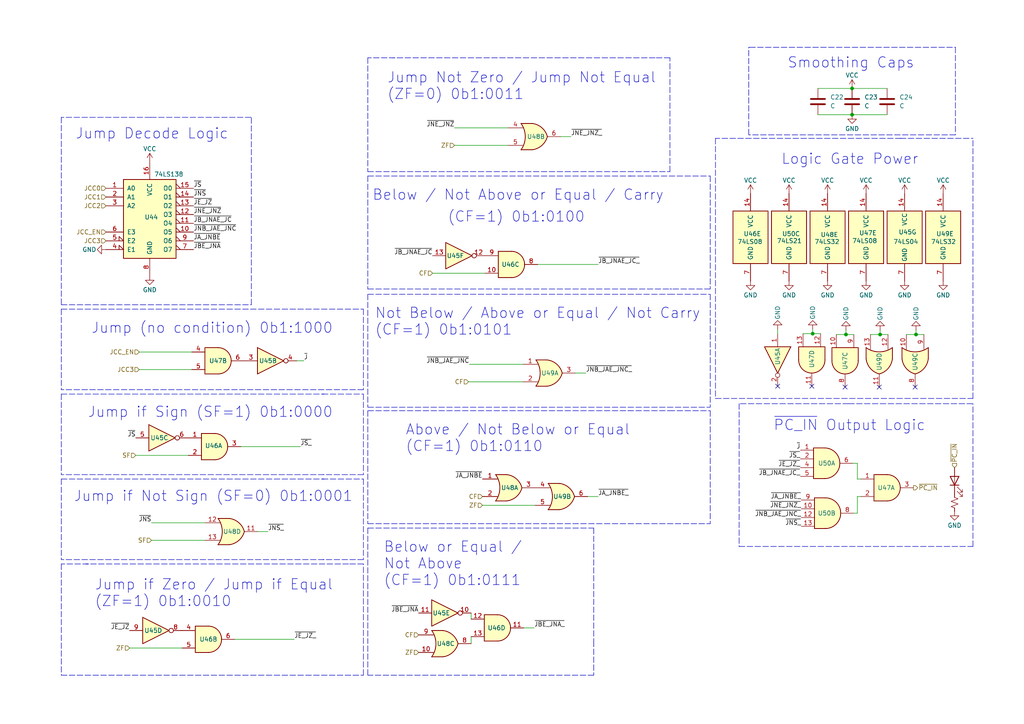
<source format=kicad_sch>
(kicad_sch (version 20211123) (generator eeschema)
  (paper "A4")
  (lib_symbols
    (symbol "74xx:74LS04"
      (property "Reference" "U" (at 0 1.27 0))
      (property "Value" "74LS04" (at 0 -1.27 0))
      (symbol "74LS04_1_0"
        (polyline (pts (xy -3.81 3.81) (xy -3.81 -3.81) (xy 3.81 0) (xy -3.81 3.81)) (stroke (width 0.254)) (fill (type background)))
        (pin input line (at -7.62 0 0) (length 3.81) (name "~") (number "1"))
        (pin output inverted (at 7.62 0 180) (length 3.81) (name "~") (number "2"))
      )
      (symbol "74LS04_2_0"
        (polyline (pts (xy -3.81 3.81) (xy -3.81 -3.81) (xy 3.81 0) (xy -3.81 3.81)) (stroke (width 0.254)) (fill (type background)))
        (pin input line (at -7.62 0 0) (length 3.81) (name "~") (number "3"))
        (pin output inverted (at 7.62 0 180) (length 3.81) (name "~") (number "4"))
      )
      (symbol "74LS04_3_0"
        (polyline (pts (xy -3.81 3.81) (xy -3.81 -3.81) (xy 3.81 0) (xy -3.81 3.81)) (stroke (width 0.254)) (fill (type background)))
        (pin input line (at -7.62 0 0) (length 3.81) (name "~") (number "5"))
        (pin output inverted (at 7.62 0 180) (length 3.81) (name "~") (number "6"))
      )
      (symbol "74LS04_4_0"
        (polyline (pts (xy -3.81 3.81) (xy -3.81 -3.81) (xy 3.81 0) (xy -3.81 3.81)) (stroke (width 0.254)) (fill (type background)))
        (pin output inverted (at 7.62 0 180) (length 3.81) (name "~") (number "8"))
        (pin input line (at -7.62 0 0) (length 3.81) (name "~") (number "9"))
      )
      (symbol "74LS04_5_0"
        (polyline (pts (xy -3.81 3.81) (xy -3.81 -3.81) (xy 3.81 0) (xy -3.81 3.81)) (stroke (width 0.254)) (fill (type background)))
        (pin output inverted (at 7.62 0 180) (length 3.81) (name "~") (number "10"))
        (pin input line (at -7.62 0 0) (length 3.81) (name "~") (number "11"))
      )
      (symbol "74LS04_6_0"
        (polyline (pts (xy -3.81 3.81) (xy -3.81 -3.81) (xy 3.81 0) (xy -3.81 3.81)) (stroke (width 0.254)) (fill (type background)))
        (pin output inverted (at 7.62 0 180) (length 3.81) (name "~") (number "12"))
        (pin input line (at -7.62 0 0) (length 3.81) (name "~") (number "13"))
      )
      (symbol "74LS04_7_0"
        (pin power_in line (at 0 12.7 270) (length 5.08) (name "VCC") (number "14"))
        (pin power_in line (at 0 -12.7 90) (length 5.08) (name "GND") (number "7"))
      )
      (symbol "74LS04_7_1"
        (rectangle (start -5.08 7.62) (end 5.08 -7.62) (stroke (width 0.254)) (fill (type background)))
      )
    )
    (symbol "74xx:74LS08" (pin_names (offset 1.016))
      (property "Reference" "U" (at 0 1.27 0))
      (property "Value" "74LS08" (at 0 -1.27 0))
      (symbol "74LS08_1_1"
        (arc (start 0 -3.81) (mid 3.81 0) (end 0 3.81) (stroke (width 0.254)) (fill (type background)))
        (polyline (pts (xy 0 3.81) (xy -3.81 3.81) (xy -3.81 -3.81) (xy 0 -3.81)) (stroke (width 0.254)) (fill (type background)))
        (pin input line (at -7.62 2.54 0) (length 3.81) (name "~") (number "1"))
        (pin input line (at -7.62 -2.54 0) (length 3.81) (name "~") (number "2"))
        (pin output line (at 7.62 0 180) (length 3.81) (name "~") (number "3"))
      )
      (symbol "74LS08_1_2"
        (arc (start -3.81 -3.81) (mid -2.589 0) (end -3.81 3.81) (stroke (width 0.254)))
        (arc (start -0.6096 -3.81) (mid 2.1855 -2.584) (end 3.81 0) (stroke (width 0.254)) (fill (type background)))
        (polyline (pts (xy -3.81 -3.81) (xy -0.635 -3.81)) (stroke (width 0.254)) (fill (type background)))
        (polyline (pts (xy -3.81 3.81) (xy -0.635 3.81)) (stroke (width 0.254)) (fill (type background)))
        (polyline (pts (xy -0.635 3.81) (xy -3.81 3.81) (xy -3.81 3.81) (xy -3.556 3.4036) (xy -3.0226 2.2606) (xy -2.6924 1.0414) (xy -2.6162 -0.254) (xy -2.7686 -1.4986) (xy -3.175 -2.7178) (xy -3.81 -3.81) (xy -3.81 -3.81) (xy -0.635 -3.81)) (stroke (width -25.4)) (fill (type background)))
        (arc (start 3.81 0) (mid 2.1928 2.5925) (end -0.6096 3.81) (stroke (width 0.254)) (fill (type background)))
        (pin input inverted (at -7.62 2.54 0) (length 4.318) (name "~") (number "1"))
        (pin input inverted (at -7.62 -2.54 0) (length 4.318) (name "~") (number "2"))
        (pin output inverted (at 7.62 0 180) (length 3.81) (name "~") (number "3"))
      )
      (symbol "74LS08_2_1"
        (arc (start 0 -3.81) (mid 3.81 0) (end 0 3.81) (stroke (width 0.254)) (fill (type background)))
        (polyline (pts (xy 0 3.81) (xy -3.81 3.81) (xy -3.81 -3.81) (xy 0 -3.81)) (stroke (width 0.254)) (fill (type background)))
        (pin input line (at -7.62 2.54 0) (length 3.81) (name "~") (number "4"))
        (pin input line (at -7.62 -2.54 0) (length 3.81) (name "~") (number "5"))
        (pin output line (at 7.62 0 180) (length 3.81) (name "~") (number "6"))
      )
      (symbol "74LS08_2_2"
        (arc (start -3.81 -3.81) (mid -2.589 0) (end -3.81 3.81) (stroke (width 0.254)))
        (arc (start -0.6096 -3.81) (mid 2.1855 -2.584) (end 3.81 0) (stroke (width 0.254)) (fill (type background)))
        (polyline (pts (xy -3.81 -3.81) (xy -0.635 -3.81)) (stroke (width 0.254)) (fill (type background)))
        (polyline (pts (xy -3.81 3.81) (xy -0.635 3.81)) (stroke (width 0.254)) (fill (type background)))
        (polyline (pts (xy -0.635 3.81) (xy -3.81 3.81) (xy -3.81 3.81) (xy -3.556 3.4036) (xy -3.0226 2.2606) (xy -2.6924 1.0414) (xy -2.6162 -0.254) (xy -2.7686 -1.4986) (xy -3.175 -2.7178) (xy -3.81 -3.81) (xy -3.81 -3.81) (xy -0.635 -3.81)) (stroke (width -25.4)) (fill (type background)))
        (arc (start 3.81 0) (mid 2.1928 2.5925) (end -0.6096 3.81) (stroke (width 0.254)) (fill (type background)))
        (pin input inverted (at -7.62 2.54 0) (length 4.318) (name "~") (number "4"))
        (pin input inverted (at -7.62 -2.54 0) (length 4.318) (name "~") (number "5"))
        (pin output inverted (at 7.62 0 180) (length 3.81) (name "~") (number "6"))
      )
      (symbol "74LS08_3_1"
        (arc (start 0 -3.81) (mid 3.81 0) (end 0 3.81) (stroke (width 0.254)) (fill (type background)))
        (polyline (pts (xy 0 3.81) (xy -3.81 3.81) (xy -3.81 -3.81) (xy 0 -3.81)) (stroke (width 0.254)) (fill (type background)))
        (pin input line (at -7.62 -2.54 0) (length 3.81) (name "~") (number "10"))
        (pin output line (at 7.62 0 180) (length 3.81) (name "~") (number "8"))
        (pin input line (at -7.62 2.54 0) (length 3.81) (name "~") (number "9"))
      )
      (symbol "74LS08_3_2"
        (arc (start -3.81 -3.81) (mid -2.589 0) (end -3.81 3.81) (stroke (width 0.254)))
        (arc (start -0.6096 -3.81) (mid 2.1855 -2.584) (end 3.81 0) (stroke (width 0.254)) (fill (type background)))
        (polyline (pts (xy -3.81 -3.81) (xy -0.635 -3.81)) (stroke (width 0.254)) (fill (type background)))
        (polyline (pts (xy -3.81 3.81) (xy -0.635 3.81)) (stroke (width 0.254)) (fill (type background)))
        (polyline (pts (xy -0.635 3.81) (xy -3.81 3.81) (xy -3.81 3.81) (xy -3.556 3.4036) (xy -3.0226 2.2606) (xy -2.6924 1.0414) (xy -2.6162 -0.254) (xy -2.7686 -1.4986) (xy -3.175 -2.7178) (xy -3.81 -3.81) (xy -3.81 -3.81) (xy -0.635 -3.81)) (stroke (width -25.4)) (fill (type background)))
        (arc (start 3.81 0) (mid 2.1928 2.5925) (end -0.6096 3.81) (stroke (width 0.254)) (fill (type background)))
        (pin input inverted (at -7.62 -2.54 0) (length 4.318) (name "~") (number "10"))
        (pin output inverted (at 7.62 0 180) (length 3.81) (name "~") (number "8"))
        (pin input inverted (at -7.62 2.54 0) (length 4.318) (name "~") (number "9"))
      )
      (symbol "74LS08_4_1"
        (arc (start 0 -3.81) (mid 3.81 0) (end 0 3.81) (stroke (width 0.254)) (fill (type background)))
        (polyline (pts (xy 0 3.81) (xy -3.81 3.81) (xy -3.81 -3.81) (xy 0 -3.81)) (stroke (width 0.254)) (fill (type background)))
        (pin output line (at 7.62 0 180) (length 3.81) (name "~") (number "11"))
        (pin input line (at -7.62 2.54 0) (length 3.81) (name "~") (number "12"))
        (pin input line (at -7.62 -2.54 0) (length 3.81) (name "~") (number "13"))
      )
      (symbol "74LS08_4_2"
        (arc (start -3.81 -3.81) (mid -2.589 0) (end -3.81 3.81) (stroke (width 0.254)))
        (arc (start -0.6096 -3.81) (mid 2.1855 -2.584) (end 3.81 0) (stroke (width 0.254)) (fill (type background)))
        (polyline (pts (xy -3.81 -3.81) (xy -0.635 -3.81)) (stroke (width 0.254)) (fill (type background)))
        (polyline (pts (xy -3.81 3.81) (xy -0.635 3.81)) (stroke (width 0.254)) (fill (type background)))
        (polyline (pts (xy -0.635 3.81) (xy -3.81 3.81) (xy -3.81 3.81) (xy -3.556 3.4036) (xy -3.0226 2.2606) (xy -2.6924 1.0414) (xy -2.6162 -0.254) (xy -2.7686 -1.4986) (xy -3.175 -2.7178) (xy -3.81 -3.81) (xy -3.81 -3.81) (xy -0.635 -3.81)) (stroke (width -25.4)) (fill (type background)))
        (arc (start 3.81 0) (mid 2.1928 2.5925) (end -0.6096 3.81) (stroke (width 0.254)) (fill (type background)))
        (pin output inverted (at 7.62 0 180) (length 3.81) (name "~") (number "11"))
        (pin input inverted (at -7.62 2.54 0) (length 4.318) (name "~") (number "12"))
        (pin input inverted (at -7.62 -2.54 0) (length 4.318) (name "~") (number "13"))
      )
      (symbol "74LS08_5_0"
        (pin power_in line (at 0 12.7 270) (length 5.08) (name "VCC") (number "14"))
        (pin power_in line (at 0 -12.7 90) (length 5.08) (name "GND") (number "7"))
      )
      (symbol "74LS08_5_1"
        (rectangle (start -5.08 7.62) (end 5.08 -7.62) (stroke (width 0.254)) (fill (type background)))
      )
    )
    (symbol "74xx:74LS138" (pin_names (offset 1.016))
      (property "Reference" "U" (at -7.62 11.43 0))
      (property "Value" "74LS138" (at -7.62 -13.97 0))
      (symbol "74LS138_1_0"
        (pin input line (at -12.7 7.62 0) (length 5.08) (name "A0") (number "1"))
        (pin output output_low (at 12.7 -5.08 180) (length 5.08) (name "O5") (number "10"))
        (pin output output_low (at 12.7 -2.54 180) (length 5.08) (name "O4") (number "11"))
        (pin output output_low (at 12.7 0 180) (length 5.08) (name "O3") (number "12"))
        (pin output output_low (at 12.7 2.54 180) (length 5.08) (name "O2") (number "13"))
        (pin output output_low (at 12.7 5.08 180) (length 5.08) (name "O1") (number "14"))
        (pin output output_low (at 12.7 7.62 180) (length 5.08) (name "O0") (number "15"))
        (pin power_in line (at 0 15.24 270) (length 5.08) (name "VCC") (number "16"))
        (pin input line (at -12.7 5.08 0) (length 5.08) (name "A1") (number "2"))
        (pin input line (at -12.7 2.54 0) (length 5.08) (name "A2") (number "3"))
        (pin input input_low (at -12.7 -10.16 0) (length 5.08) (name "E1") (number "4"))
        (pin input input_low (at -12.7 -7.62 0) (length 5.08) (name "E2") (number "5"))
        (pin input line (at -12.7 -5.08 0) (length 5.08) (name "E3") (number "6"))
        (pin output output_low (at 12.7 -10.16 180) (length 5.08) (name "O7") (number "7"))
        (pin power_in line (at 0 -17.78 90) (length 5.08) (name "GND") (number "8"))
        (pin output output_low (at 12.7 -7.62 180) (length 5.08) (name "O6") (number "9"))
      )
      (symbol "74LS138_1_1"
        (rectangle (start -7.62 10.16) (end 7.62 -12.7) (stroke (width 0.254)) (fill (type background)))
      )
    )
    (symbol "74xx:74LS21" (pin_names (offset 1.016))
      (property "Reference" "U" (at 0 1.27 0))
      (property "Value" "74LS21" (at 0 -1.27 0))
      (symbol "74LS21_1_1"
        (arc (start -0.635 -4.445) (mid 3.81 0) (end -0.635 4.445) (stroke (width 0.254)) (fill (type background)))
        (polyline (pts (xy -0.635 4.445) (xy -3.81 4.445) (xy -3.81 -4.445) (xy -0.635 -4.445)) (stroke (width 0.254)) (fill (type background)))
        (pin input line (at -7.62 3.81 0) (length 3.81) (name "~") (number "1"))
        (pin input line (at -7.62 1.27 0) (length 3.81) (name "~") (number "2"))
        (pin input line (at -7.62 -1.27 0) (length 3.81) (name "~") (number "4"))
        (pin input line (at -7.62 -3.81 0) (length 3.81) (name "~") (number "5"))
        (pin output line (at 7.62 0 180) (length 3.81) (name "~") (number "6"))
      )
      (symbol "74LS21_1_2"
        (arc (start -3.81 -4.445) (mid -2.5908 0) (end -3.81 4.445) (stroke (width 0.254)))
        (arc (start -0.6096 -4.445) (mid 2.224 -2.8428) (end 3.81 0) (stroke (width 0.254)) (fill (type background)))
        (polyline (pts (xy -3.81 -4.445) (xy -0.635 -4.445)) (stroke (width 0.254)) (fill (type background)))
        (polyline (pts (xy -3.81 4.445) (xy -0.635 4.445)) (stroke (width 0.254)) (fill (type background)))
        (polyline (pts (xy -0.635 4.445) (xy -3.81 4.445) (xy -3.81 4.445) (xy -3.6322 4.0894) (xy -3.0988 2.921) (xy -2.7686 1.6764) (xy -2.6162 0.4318) (xy -2.6416 -0.8636) (xy -2.8702 -2.1082) (xy -3.2512 -3.3274) (xy -3.81 -4.445) (xy -3.81 -4.445) (xy -0.635 -4.445)) (stroke (width -25.4)) (fill (type background)))
        (arc (start 3.81 0) (mid 2.2198 2.8386) (end -0.6096 4.445) (stroke (width 0.254)) (fill (type background)))
        (pin input inverted (at -7.62 3.81 0) (length 3.81) (name "~") (number "1"))
        (pin input inverted (at -7.62 1.27 0) (length 4.826) (name "~") (number "2"))
        (pin input inverted (at -7.62 -1.27 0) (length 4.826) (name "~") (number "4"))
        (pin input inverted (at -7.62 -3.81 0) (length 3.81) (name "~") (number "5"))
        (pin output inverted (at 7.62 0 180) (length 3.81) (name "~") (number "6"))
      )
      (symbol "74LS21_2_1"
        (arc (start -0.635 -4.445) (mid 3.81 0) (end -0.635 4.445) (stroke (width 0.254)) (fill (type background)))
        (polyline (pts (xy -0.635 4.445) (xy -3.81 4.445) (xy -3.81 -4.445) (xy -0.635 -4.445)) (stroke (width 0.254)) (fill (type background)))
        (pin input line (at -7.62 1.27 0) (length 3.81) (name "~") (number "10"))
        (pin input line (at -7.62 -1.27 0) (length 3.81) (name "~") (number "12"))
        (pin input line (at -7.62 -3.81 0) (length 3.81) (name "~") (number "13"))
        (pin output line (at 7.62 0 180) (length 3.81) (name "~") (number "8"))
        (pin input line (at -7.62 3.81 0) (length 3.81) (name "~") (number "9"))
      )
      (symbol "74LS21_2_2"
        (arc (start -3.81 -4.445) (mid -2.5908 0) (end -3.81 4.445) (stroke (width 0.254)))
        (arc (start -0.6096 -4.445) (mid 2.224 -2.8428) (end 3.81 0) (stroke (width 0.254)) (fill (type background)))
        (polyline (pts (xy -3.81 -4.445) (xy -0.635 -4.445)) (stroke (width 0.254)) (fill (type background)))
        (polyline (pts (xy -3.81 4.445) (xy -0.635 4.445)) (stroke (width 0.254)) (fill (type background)))
        (polyline (pts (xy -0.635 4.445) (xy -3.81 4.445) (xy -3.81 4.445) (xy -3.6322 4.0894) (xy -3.0988 2.921) (xy -2.7686 1.6764) (xy -2.6162 0.4318) (xy -2.6416 -0.8636) (xy -2.8702 -2.1082) (xy -3.2512 -3.3274) (xy -3.81 -4.445) (xy -3.81 -4.445) (xy -0.635 -4.445)) (stroke (width -25.4)) (fill (type background)))
        (arc (start 3.81 0) (mid 2.2198 2.8386) (end -0.6096 4.445) (stroke (width 0.254)) (fill (type background)))
        (pin input inverted (at -7.62 1.27 0) (length 4.826) (name "~") (number "10"))
        (pin input inverted (at -7.62 -1.27 0) (length 4.826) (name "~") (number "12"))
        (pin input inverted (at -7.62 -3.81 0) (length 3.81) (name "~") (number "13"))
        (pin output inverted (at 7.62 0 180) (length 3.81) (name "~") (number "8"))
        (pin input inverted (at -7.62 3.81 0) (length 3.81) (name "~") (number "9"))
      )
      (symbol "74LS21_3_0"
        (pin power_in line (at 0 12.7 270) (length 5.08) (name "VCC") (number "14"))
        (pin power_in line (at 0 -12.7 90) (length 5.08) (name "GND") (number "7"))
      )
      (symbol "74LS21_3_1"
        (rectangle (start -5.08 7.62) (end 5.08 -7.62) (stroke (width 0.254)) (fill (type background)))
      )
    )
    (symbol "74xx:74LS32" (pin_names (offset 1.016))
      (property "Reference" "U" (at 0 1.27 0))
      (property "Value" "74LS32" (at 0 -1.27 0))
      (symbol "74LS32_1_1"
        (arc (start -3.81 -3.81) (mid -2.589 0) (end -3.81 3.81) (stroke (width 0.254)))
        (arc (start -0.6096 -3.81) (mid 2.1855 -2.584) (end 3.81 0) (stroke (width 0.254)) (fill (type background)))
        (polyline (pts (xy -3.81 -3.81) (xy -0.635 -3.81)) (stroke (width 0.254)) (fill (type background)))
        (polyline (pts (xy -3.81 3.81) (xy -0.635 3.81)) (stroke (width 0.254)) (fill (type background)))
        (polyline (pts (xy -0.635 3.81) (xy -3.81 3.81) (xy -3.81 3.81) (xy -3.556 3.4036) (xy -3.0226 2.2606) (xy -2.6924 1.0414) (xy -2.6162 -0.254) (xy -2.7686 -1.4986) (xy -3.175 -2.7178) (xy -3.81 -3.81) (xy -3.81 -3.81) (xy -0.635 -3.81)) (stroke (width -25.4)) (fill (type background)))
        (arc (start 3.81 0) (mid 2.1928 2.5925) (end -0.6096 3.81) (stroke (width 0.254)) (fill (type background)))
        (pin input line (at -7.62 2.54 0) (length 4.318) (name "~") (number "1"))
        (pin input line (at -7.62 -2.54 0) (length 4.318) (name "~") (number "2"))
        (pin output line (at 7.62 0 180) (length 3.81) (name "~") (number "3"))
      )
      (symbol "74LS32_1_2"
        (arc (start 0 -3.81) (mid 3.81 0) (end 0 3.81) (stroke (width 0.254)) (fill (type background)))
        (polyline (pts (xy 0 3.81) (xy -3.81 3.81) (xy -3.81 -3.81) (xy 0 -3.81)) (stroke (width 0.254)) (fill (type background)))
        (pin input inverted (at -7.62 2.54 0) (length 3.81) (name "~") (number "1"))
        (pin input inverted (at -7.62 -2.54 0) (length 3.81) (name "~") (number "2"))
        (pin output inverted (at 7.62 0 180) (length 3.81) (name "~") (number "3"))
      )
      (symbol "74LS32_2_1"
        (arc (start -3.81 -3.81) (mid -2.589 0) (end -3.81 3.81) (stroke (width 0.254)))
        (arc (start -0.6096 -3.81) (mid 2.1855 -2.584) (end 3.81 0) (stroke (width 0.254)) (fill (type background)))
        (polyline (pts (xy -3.81 -3.81) (xy -0.635 -3.81)) (stroke (width 0.254)) (fill (type background)))
        (polyline (pts (xy -3.81 3.81) (xy -0.635 3.81)) (stroke (width 0.254)) (fill (type background)))
        (polyline (pts (xy -0.635 3.81) (xy -3.81 3.81) (xy -3.81 3.81) (xy -3.556 3.4036) (xy -3.0226 2.2606) (xy -2.6924 1.0414) (xy -2.6162 -0.254) (xy -2.7686 -1.4986) (xy -3.175 -2.7178) (xy -3.81 -3.81) (xy -3.81 -3.81) (xy -0.635 -3.81)) (stroke (width -25.4)) (fill (type background)))
        (arc (start 3.81 0) (mid 2.1928 2.5925) (end -0.6096 3.81) (stroke (width 0.254)) (fill (type background)))
        (pin input line (at -7.62 2.54 0) (length 4.318) (name "~") (number "4"))
        (pin input line (at -7.62 -2.54 0) (length 4.318) (name "~") (number "5"))
        (pin output line (at 7.62 0 180) (length 3.81) (name "~") (number "6"))
      )
      (symbol "74LS32_2_2"
        (arc (start 0 -3.81) (mid 3.81 0) (end 0 3.81) (stroke (width 0.254)) (fill (type background)))
        (polyline (pts (xy 0 3.81) (xy -3.81 3.81) (xy -3.81 -3.81) (xy 0 -3.81)) (stroke (width 0.254)) (fill (type background)))
        (pin input inverted (at -7.62 2.54 0) (length 3.81) (name "~") (number "4"))
        (pin input inverted (at -7.62 -2.54 0) (length 3.81) (name "~") (number "5"))
        (pin output inverted (at 7.62 0 180) (length 3.81) (name "~") (number "6"))
      )
      (symbol "74LS32_3_1"
        (arc (start -3.81 -3.81) (mid -2.589 0) (end -3.81 3.81) (stroke (width 0.254)))
        (arc (start -0.6096 -3.81) (mid 2.1855 -2.584) (end 3.81 0) (stroke (width 0.254)) (fill (type background)))
        (polyline (pts (xy -3.81 -3.81) (xy -0.635 -3.81)) (stroke (width 0.254)) (fill (type background)))
        (polyline (pts (xy -3.81 3.81) (xy -0.635 3.81)) (stroke (width 0.254)) (fill (type background)))
        (polyline (pts (xy -0.635 3.81) (xy -3.81 3.81) (xy -3.81 3.81) (xy -3.556 3.4036) (xy -3.0226 2.2606) (xy -2.6924 1.0414) (xy -2.6162 -0.254) (xy -2.7686 -1.4986) (xy -3.175 -2.7178) (xy -3.81 -3.81) (xy -3.81 -3.81) (xy -0.635 -3.81)) (stroke (width -25.4)) (fill (type background)))
        (arc (start 3.81 0) (mid 2.1928 2.5925) (end -0.6096 3.81) (stroke (width 0.254)) (fill (type background)))
        (pin input line (at -7.62 -2.54 0) (length 4.318) (name "~") (number "10"))
        (pin output line (at 7.62 0 180) (length 3.81) (name "~") (number "8"))
        (pin input line (at -7.62 2.54 0) (length 4.318) (name "~") (number "9"))
      )
      (symbol "74LS32_3_2"
        (arc (start 0 -3.81) (mid 3.81 0) (end 0 3.81) (stroke (width 0.254)) (fill (type background)))
        (polyline (pts (xy 0 3.81) (xy -3.81 3.81) (xy -3.81 -3.81) (xy 0 -3.81)) (stroke (width 0.254)) (fill (type background)))
        (pin input inverted (at -7.62 -2.54 0) (length 3.81) (name "~") (number "10"))
        (pin output inverted (at 7.62 0 180) (length 3.81) (name "~") (number "8"))
        (pin input inverted (at -7.62 2.54 0) (length 3.81) (name "~") (number "9"))
      )
      (symbol "74LS32_4_1"
        (arc (start -3.81 -3.81) (mid -2.589 0) (end -3.81 3.81) (stroke (width 0.254)))
        (arc (start -0.6096 -3.81) (mid 2.1855 -2.584) (end 3.81 0) (stroke (width 0.254)) (fill (type background)))
        (polyline (pts (xy -3.81 -3.81) (xy -0.635 -3.81)) (stroke (width 0.254)) (fill (type background)))
        (polyline (pts (xy -3.81 3.81) (xy -0.635 3.81)) (stroke (width 0.254)) (fill (type background)))
        (polyline (pts (xy -0.635 3.81) (xy -3.81 3.81) (xy -3.81 3.81) (xy -3.556 3.4036) (xy -3.0226 2.2606) (xy -2.6924 1.0414) (xy -2.6162 -0.254) (xy -2.7686 -1.4986) (xy -3.175 -2.7178) (xy -3.81 -3.81) (xy -3.81 -3.81) (xy -0.635 -3.81)) (stroke (width -25.4)) (fill (type background)))
        (arc (start 3.81 0) (mid 2.1928 2.5925) (end -0.6096 3.81) (stroke (width 0.254)) (fill (type background)))
        (pin output line (at 7.62 0 180) (length 3.81) (name "~") (number "11"))
        (pin input line (at -7.62 2.54 0) (length 4.318) (name "~") (number "12"))
        (pin input line (at -7.62 -2.54 0) (length 4.318) (name "~") (number "13"))
      )
      (symbol "74LS32_4_2"
        (arc (start 0 -3.81) (mid 3.81 0) (end 0 3.81) (stroke (width 0.254)) (fill (type background)))
        (polyline (pts (xy 0 3.81) (xy -3.81 3.81) (xy -3.81 -3.81) (xy 0 -3.81)) (stroke (width 0.254)) (fill (type background)))
        (pin output inverted (at 7.62 0 180) (length 3.81) (name "~") (number "11"))
        (pin input inverted (at -7.62 2.54 0) (length 3.81) (name "~") (number "12"))
        (pin input inverted (at -7.62 -2.54 0) (length 3.81) (name "~") (number "13"))
      )
      (symbol "74LS32_5_0"
        (pin power_in line (at 0 12.7 270) (length 5.08) (name "VCC") (number "14"))
        (pin power_in line (at 0 -12.7 90) (length 5.08) (name "GND") (number "7"))
      )
      (symbol "74LS32_5_1"
        (rectangle (start -5.08 7.62) (end 5.08 -7.62) (stroke (width 0.254)) (fill (type background)))
      )
    )
    (symbol "Device:C" (pin_numbers hide) (pin_names (offset 0.254))
      (property "Reference" "C" (at 0.635 2.54 0))
      (property "Value" "C" (at 0.635 -2.54 0))
      (symbol "C_0_1"
        (polyline (pts (xy -2.032 -0.762) (xy 2.032 -0.762)) (stroke (width 0.508)))
        (polyline (pts (xy -2.032 0.762) (xy 2.032 0.762)) (stroke (width 0.508)))
      )
      (symbol "C_1_1"
        (pin passive line (at 0 3.81 270) (length 2.794) (name "~") (number "1"))
        (pin passive line (at 0 -3.81 90) (length 2.794) (name "~") (number "2"))
      )
    )
    (symbol "Device:LED" (pin_numbers hide) (pin_names (offset 1.016) hide)
      (property "Reference" "D" (at 0 2.54 0))
      (property "Value" "LED" (at 0 -2.54 0))
      (symbol "LED_0_1"
        (polyline (pts (xy -1.27 -1.27) (xy -1.27 1.27)) (stroke (width 0.254)))
        (polyline (pts (xy -1.27 0) (xy 1.27 0)))
        (polyline (pts (xy 1.27 -1.27) (xy 1.27 1.27) (xy -1.27 0) (xy 1.27 -1.27)) (stroke (width 0.254)))
        (polyline (pts (xy -3.048 -0.762) (xy -4.572 -2.286) (xy -3.81 -2.286) (xy -4.572 -2.286) (xy -4.572 -1.524)))
        (polyline (pts (xy -1.778 -0.762) (xy -3.302 -2.286) (xy -2.54 -2.286) (xy -3.302 -2.286) (xy -3.302 -1.524)))
      )
      (symbol "LED_1_1"
        (pin passive line (at -3.81 0 0) (length 2.54) (name "K") (number "1"))
        (pin passive line (at 3.81 0 180) (length 2.54) (name "A") (number "2"))
      )
    )
    (symbol "Device:R_Small_US" (pin_numbers hide) (pin_names (offset 0.254) hide)
      (property "Reference" "R" (at 0.762 0.508 0))
      (property "Value" "R_Small_US" (at 0.762 -1.016 0))
      (symbol "R_Small_US_1_1"
        (polyline (pts (xy 0 0) (xy 1.016 -0.381) (xy 0 -0.762) (xy -1.016 -1.143) (xy 0 -1.524)))
        (polyline (pts (xy 0 1.524) (xy 1.016 1.143) (xy 0 0.762) (xy -1.016 0.381) (xy 0 0)))
        (pin passive line (at 0 2.54 270) (length 1.016) (name "~") (number "1"))
        (pin passive line (at 0 -2.54 90) (length 1.016) (name "~") (number "2"))
      )
    )
    (symbol "power:GND" (power) (pin_names (offset 0))
      (property "Value" "GND" (at 0 -3.81 0))
      (symbol "GND_0_1"
        (polyline (pts (xy 0 0) (xy 0 -1.27) (xy 1.27 -1.27) (xy 0 -2.54) (xy -1.27 -1.27) (xy 0 -1.27)))
      )
      (symbol "GND_1_1"
        (pin power_in line (at 0 0 270) (length 0) hide (name "GND") (number "1"))
      )
    )
    (symbol "power:VCC" (power) (pin_names (offset 0))
      (property "Value" "VCC" (at 0 3.81 0))
      (symbol "VCC_0_1"
        (polyline (pts (xy -0.762 1.27) (xy 0 2.54)))
        (polyline (pts (xy 0 0) (xy 0 2.54)))
        (polyline (pts (xy 0 2.54) (xy 0.762 1.27)))
      )
      (symbol "VCC_1_1"
        (pin power_in line (at 0 0 90) (length 0) hide (name "VCC") (number "1"))
      )
    )
  )
  (junction (at 247.142 33.274))
  (junction (at 247.142 25.654))
  (junction (at 235.712 96.774))
  (junction (at 245.364 97.028))
  (junction (at 255.27 97.028))
  (junction (at 265.684 97.028))
  (no_connect (at 235.458 112.014))
  (no_connect (at 265.43 112.268))
  (no_connect (at 245.11 112.268))
  (no_connect (at 255.016 112.268))
  (no_connect (at 225.552 112.014))
  (polyline (pts (xy 106.68 51.054) (xy 182.88 51.054)))
  (polyline (pts (xy 93.472 114.3) (xy 105.41 114.3)))
  (wire (pts (xy 39.37 132.08) (xy 54.61 132.08)))
  (polyline (pts (xy 17.78 138.938) (xy 93.98 138.938)))
  (polyline (pts (xy 183.134 83.82) (xy 194.818 83.82)))
  (polyline (pts (xy 17.78 114.3) (xy 17.78 137.668)))
  (wire (pts (xy 257.556 97.028) (xy 255.27 97.028)))
  (wire (pts (xy 247.65 97.028) (xy 245.364 97.028)))
  (wire (pts (xy 237.236 25.654) (xy 247.142 25.654)))
  (polyline (pts (xy 105.41 162.306) (xy 93.726 162.306)))
  (wire (pts (xy 255.27 95.758) (xy 255.27 97.028)))
  (polyline (pts (xy 93.98 137.668) (xy 17.78 137.668)))
  (polyline (pts (xy 261.112 40.132) (xy 282.194 40.132)))
  (polyline (pts (xy 105.41 163.576) (xy 101.092 163.576)))
  (wire (pts (xy 43.942 151.638) (xy 59.436 151.638)))
  (polyline (pts (xy 43.688 34.036) (xy 17.78 34.036)))
  (polyline (pts (xy 214.376 158.496) (xy 282.194 158.496)))
  (wire (pts (xy 225.552 95.504) (xy 225.552 96.774)))
  (polyline (pts (xy 106.68 119.126) (xy 106.68 151.892)))
  (wire (pts (xy 155.956 76.708) (xy 173.482 76.708)))
  (polyline (pts (xy 101.092 163.576) (xy 24.892 163.576)))
  (wire (pts (xy 43.942 156.718) (xy 59.436 156.718)))
  (polyline (pts (xy 106.68 16.764) (xy 106.68 49.784)))
  (wire (pts (xy 125.476 79.248) (xy 140.716 79.248)))
  (polyline (pts (xy 93.98 162.306) (xy 17.78 162.306)))
  (polyline (pts (xy 194.056 85.344) (xy 205.994 85.344)))
  (wire (pts (xy 136.652 177.8) (xy 136.652 179.578)))
  (wire (pts (xy 265.684 97.028) (xy 262.89 97.028)))
  (wire (pts (xy 245.364 95.758) (xy 245.364 97.028)))
  (wire (pts (xy 247.142 33.274) (xy 257.302 33.274)))
  (polyline (pts (xy 106.68 118.11) (xy 205.994 118.11)))
  (polyline (pts (xy 172.212 185.928) (xy 172.212 195.834)))
  (polyline (pts (xy 246.126 117.094) (xy 282.194 117.094)))
  (polyline (pts (xy 182.118 85.344) (xy 194.056 85.344)))
  (polyline (pts (xy 114.554 16.764) (xy 106.68 16.764)))
  (wire (pts (xy 245.364 97.028) (xy 242.57 97.028)))
  (polyline (pts (xy 277.114 13.716) (xy 277.114 39.116)))
  (wire (pts (xy 247.65 148.844) (xy 248.666 148.844)))
  (polyline (pts (xy 17.78 88.392) (xy 72.898 88.392)))
  (polyline (pts (xy 17.78 163.576) (xy 17.78 195.834)))
  (polyline (pts (xy 246.126 117.094) (xy 214.376 117.094)))
  (polyline (pts (xy 106.68 83.82) (xy 183.134 83.82)))
  (wire (pts (xy 235.712 95.504) (xy 235.712 96.774)))
  (polyline (pts (xy 282.194 158.496) (xy 282.194 117.094)))
  (wire (pts (xy 88.138 104.648) (xy 86.106 104.648)))
  (polyline (pts (xy 205.994 51.054) (xy 205.994 83.82)))
  (polyline (pts (xy 43.688 34.036) (xy 72.898 34.036)))
  (polyline (pts (xy 194.056 119.126) (xy 205.994 119.126)))
  (polyline (pts (xy 106.68 195.834) (xy 106.68 185.928)))
  (polyline (pts (xy 105.41 137.668) (xy 93.726 137.668)))
  (polyline (pts (xy 106.68 153.162) (xy 106.68 185.928)))
  (wire (pts (xy 165.608 39.624) (xy 162.56 39.624)))
  (wire (pts (xy 265.684 95.758) (xy 265.684 97.028)))
  (polyline (pts (xy 17.78 114.3) (xy 93.98 114.3)))
  (polyline (pts (xy 105.41 138.938) (xy 105.41 162.306)))
  (polyline (pts (xy 25.654 163.576) (xy 17.78 163.576)))
  (polyline (pts (xy 194.31 49.784) (xy 194.31 16.764)))
  (wire (pts (xy 249.682 138.938) (xy 248.666 138.938)))
  (wire (pts (xy 248.666 148.844) (xy 248.666 144.018)))
  (polyline (pts (xy 106.68 85.344) (xy 182.88 85.344)))
  (polyline (pts (xy 207.518 40.132) (xy 207.518 115.57)))
  (wire (pts (xy 237.236 33.274) (xy 247.142 33.274)))
  (polyline (pts (xy 106.68 153.162) (xy 172.212 153.162)))
  (wire (pts (xy 131.826 42.164) (xy 147.32 42.164)))
  (wire (pts (xy 247.142 25.654) (xy 257.302 25.654)))
  (polyline (pts (xy 182.118 119.126) (xy 194.056 119.126)))
  (polyline (pts (xy 106.68 119.126) (xy 182.88 119.126)))
  (polyline (pts (xy 194.31 16.764) (xy 189.992 16.764)))
  (wire (pts (xy 136.652 184.658) (xy 136.652 186.69)))
  (polyline (pts (xy 172.212 195.834) (xy 106.68 195.834)))
  (wire (pts (xy 248.666 144.018) (xy 249.682 144.018)))
  (polyline (pts (xy 189.992 16.764) (xy 113.792 16.764)))
  (wire (pts (xy 40.386 107.188) (xy 55.626 107.188)))
  (polyline (pts (xy 172.212 153.162) (xy 172.212 185.928)))
  (wire (pts (xy 136.144 105.664) (xy 151.638 105.664)))
  (wire (pts (xy 237.998 96.774) (xy 235.712 96.774)))
  (wire (pts (xy 40.386 102.108) (xy 55.626 102.108)))
  (wire (pts (xy 248.666 134.366) (xy 247.396 134.366)))
  (wire (pts (xy 77.724 154.178) (xy 74.676 154.178)))
  (polyline (pts (xy 17.78 34.036) (xy 17.78 88.392)))
  (polyline (pts (xy 17.78 89.662) (xy 105.41 89.662)))
  (polyline (pts (xy 214.376 117.094) (xy 214.376 158.496)))
  (polyline (pts (xy 17.78 138.938) (xy 17.78 162.306)))
  (polyline (pts (xy 106.68 49.784) (xy 194.31 49.784)))
  (wire (pts (xy 255.27 97.028) (xy 252.476 97.028)))
  (wire (pts (xy 169.926 108.204) (xy 166.878 108.204)))
  (polyline (pts (xy 105.41 89.662) (xy 105.41 113.03)))
  (polyline (pts (xy 105.41 195.834) (xy 105.41 163.576)))
  (polyline (pts (xy 217.17 13.716) (xy 217.424 13.716)))
  (polyline (pts (xy 106.68 85.344) (xy 106.68 118.11)))
  (wire (pts (xy 173.482 144.018) (xy 170.434 144.018)))
  (wire (pts (xy 131.826 37.084) (xy 147.32 37.084)))
  (polyline (pts (xy 205.994 85.344) (xy 205.994 118.11)))
  (wire (pts (xy 68.072 185.42) (xy 85.344 185.42)))
  (polyline (pts (xy 261.366 40.132) (xy 207.518 40.132)))
  (polyline (pts (xy 282.194 115.57) (xy 282.194 40.132)))
  (wire (pts (xy 267.97 97.028) (xy 265.684 97.028)))
  (wire (pts (xy 248.666 138.938) (xy 248.666 134.366)))
  (wire (pts (xy 139.954 146.558) (xy 155.194 146.558)))
  (polyline (pts (xy 72.898 88.392) (xy 72.898 34.036)))
  (wire (pts (xy 154.94 182.118) (xy 151.892 182.118)))
  (polyline (pts (xy 106.68 51.054) (xy 106.68 83.82)))
  (polyline (pts (xy 105.41 113.03) (xy 17.78 113.03)))
  (polyline (pts (xy 17.78 89.662) (xy 17.78 113.03)))
  (polyline (pts (xy 205.994 83.82) (xy 194.31 83.82)))
  (wire (pts (xy 235.712 96.774) (xy 232.918 96.774)))
  (wire (pts (xy 37.592 187.96) (xy 52.832 187.96)))
  (polyline (pts (xy 207.518 115.57) (xy 282.194 115.57)))
  (polyline (pts (xy 217.17 39.116) (xy 217.17 13.716)))
  (polyline (pts (xy 106.68 151.892) (xy 205.994 151.892)))
  (polyline (pts (xy 93.472 138.938) (xy 105.41 138.938)))
  (polyline (pts (xy 277.114 39.116) (xy 217.17 39.116)))
  (polyline (pts (xy 182.626 51.054) (xy 205.994 51.054)))
  (wire (pts (xy 69.85 129.54) (xy 87.122 129.54)))
  (polyline (pts (xy 17.78 195.834) (xy 105.41 195.834)))
  (wire (pts (xy 135.89 110.744) (xy 151.638 110.744)))
  (polyline (pts (xy 217.424 13.716) (xy 277.114 13.716)))
  (polyline (pts (xy 105.41 114.3) (xy 105.41 137.668)))
  (polyline (pts (xy 205.994 119.126) (xy 205.994 151.892)))
  (text "~{PC_IN} Output Logic" (at 224.282 125.222 0) (effects (font (size 3 3)) (justify left bottom)))
  (text "Jump (no condition) 0b1:1000" (at 26.416 97.028 0) (effects (font (size 3 3)) (justify left bottom)))
  (text "Jump if Not Sign (SF=0) 0b1:0001" (at 21.336 145.796 0) (effects (font (size 3 3)) (justify left bottom)))
  (text "Smoothing Caps" (at 228.346 20.066 0) (effects (font (size 3 3)) (justify left bottom)))
  (text "Jump Decode Logic" (at 21.844 40.64 0) (effects (font (size 3 3)) (justify left bottom)))
  (text "Logic Gate Power" (at 226.568 48.006 0) (effects (font (size 3 3)) (justify left bottom)))
  (text "Below / Not Above or Equal / Carry" (at 107.95 58.42 0) (effects (font (size 3 3)) (justify left bottom)))
  (text "Above / Not Below or Equal\n(CF=1) 0b1:0110" (at 117.602 131.318 0) (effects (font (size 3 3)) (justify left bottom)))
  (text "Not Below / Above or Equal / Not Carry\n(CF=1) 0b1:0101" (at 108.712 97.536 0) (effects (font (size 3 3)) (justify left bottom)))
  (text "(CF=1) 0b1:0100" (at 129.794 64.77 0) (effects (font (size 3 3)) (justify left bottom)))
  (text "Below or Equal / \nNot Above\n(CF=1) 0b1:0111" (at 111.252 170.18 0) (effects (font (size 3 3)) (justify left bottom)))
  (text "Jump if Sign (SF=1) 0b1:0000" (at 25.4 121.412 0) (effects (font (size 3 3)) (justify left bottom)))
  (text "Jump Not Zero / Jump Not Equal\n(ZF=0) 0b1:0011" (at 112.268 29.21 0) (effects (font (size 3 3)) (justify left bottom)))
  (text "Jump if Zero / Jump if Equal\n(ZF=1) 0b1:0010" (at 27.432 176.276 0) (effects (font (size 3 3)) (justify left bottom)))
  (label "~{JNS}" (at 43.942 151.638 180))
  (label "~{JS}" (at 39.37 127 180))
  (label "~{JNE_JNZ}" (at 56.134 62.23 0))
  (label "~{JS_}" (at 232.156 133.096 180))
  (label "~{JE_JZ_}" (at 85.344 185.42 0))
  (label "~{JS_}" (at 87.122 129.54 0))
  (label "~{JNS}" (at 56.134 57.15 0))
  (label "~{JB_JNAE_JC}" (at 56.134 64.77 0))
  (label "~{JNE_JNZ_}" (at 165.608 39.624 0))
  (label "~{JE_JZ}" (at 56.134 59.69 0))
  (label "~{JBE_JNA}" (at 56.134 72.39 0))
  (label "~{JNB_JAE_JNC}" (at 56.134 67.31 0))
  (label "~{JB_JNAE_JC_}" (at 173.482 76.708 0))
  (label "~{JS}" (at 56.134 54.61 0))
  (label "~{JA_JNBE}" (at 56.134 69.85 0))
  (label "~{JNB_JAE_JNC}" (at 136.144 105.664 180))
  (label "~{J}" (at 232.156 130.556 180))
  (label "~{JA_JNBE}" (at 139.954 138.938 180))
  (label "~{J}" (at 88.138 104.648 0))
  (label "~{JA_JNBE_}" (at 232.41 145.034 180))
  (label "~{JE_JZ_}" (at 232.156 135.636 180))
  (label "~{JNE_JNZ}" (at 131.826 37.084 180))
  (label "~{JBE_JNA_}" (at 154.94 182.118 0))
  (label "~{JB_JNAE_JC}" (at 125.476 74.168 180))
  (label "~{JNB_JAE_JNC_}" (at 232.41 150.114 180))
  (label "~{JE_JZ}" (at 37.592 182.88 180))
  (label "~{JA_JNBE_}" (at 173.482 144.018 0))
  (label "~{JNB_JAE_JNC_}" (at 169.926 108.204 0))
  (label "~{JBE_JNA}" (at 121.412 177.8 180))
  (label "~{JNS_}" (at 232.41 152.654 180))
  (label "~{JNS_}" (at 77.724 154.178 0))
  (label "~{JB_JNAE_JC_}" (at 232.156 138.176 180))
  (label "~{JNE_JNZ_}" (at 232.41 147.574 180))
  (hierarchical_label "JCC1" (shape input) (at 30.734 57.15 180))
  (hierarchical_label "JCC_EN" (shape input) (at 40.386 102.108 180))
  (hierarchical_label "~{PC_IN}" (shape input) (at 276.86 135.636 90))
  (hierarchical_label "JCC2" (shape input) (at 30.734 59.69 180))
  (hierarchical_label "CF" (shape input) (at 121.412 184.15 180))
  (hierarchical_label "ZF" (shape input) (at 131.826 42.164 180))
  (hierarchical_label "JCC3" (shape input) (at 30.734 69.85 180))
  (hierarchical_label "JCC0" (shape input) (at 30.734 54.61 180))
  (hierarchical_label "ZF" (shape input) (at 139.954 146.558 180))
  (hierarchical_label "JCC3" (shape input) (at 40.386 107.188 180))
  (hierarchical_label "CF" (shape input) (at 139.954 144.018 180))
  (hierarchical_label "~{PC_IN}" (shape output) (at 264.922 141.478 0))
  (hierarchical_label "JCC_EN" (shape input) (at 30.734 67.31 180))
  (hierarchical_label "CF" (shape input) (at 135.89 110.744 180))
  (hierarchical_label "SF" (shape input) (at 39.37 132.08 180))
  (hierarchical_label "SF" (shape input) (at 43.942 156.718 180))
  (hierarchical_label "CF" (shape input) (at 125.476 79.248 180))
  (hierarchical_label "ZF" (shape input) (at 37.592 187.96 180))
  (hierarchical_label "ZF" (shape input) (at 121.412 189.23 180))
  (symbol (lib_id "power:VCC") (at 273.558 56.134 0) (unit 1)
    (property "Reference" "#PWR0210" (effects hide))
    (property "Value" "VCC" (at 273.558 52.324 0))
  )
  (symbol (lib_id "74xx:74LS32") (at 67.056 154.178 0) (unit 4)
    (property "Reference" "U48" (at 67.31 154.178 0))
    (property "Value" "74LS32" (effects hide))
    (property "Footprint" "Package_SO:TSSOP-14_4.4x5mm_P0.65mm" (effects hide))
    (property "Datasheet" "http://www.ti.com/lit/gpn/sn74LS32" (effects hide))
  )
  (symbol (lib_id "74xx:74LS21") (at 228.854 68.834 0) (unit 3)
    (property "Reference" "U50" (at 226.822 67.818 0) (effects (justify left)))
    (property "Value" "74LS21" (at 225.298 69.85 0) (effects (justify left)))
    (property "Footprint" "Package_SO:SOIC-14_3.9x8.7mm_P1.27mm" (effects hide))
    (property "Datasheet" "http://www.ti.com/lit/gpn/sn74LS21" (effects hide))
  )
  (symbol (lib_id "power:GND") (at 225.552 95.504 180) (unit 1)
    (property "Reference" "#PWR0195" (effects hide))
    (property "Value" "GND" (at 225.552 90.678 90))
  )
  (symbol (lib_id "power:GND") (at 262.382 81.534 0) (unit 1)
    (property "Reference" "#PWR0208" (effects hide))
    (property "Value" "GND" (at 262.382 85.598 0))
  )
  (symbol (lib_id "Device:C") (at 247.142 29.464 0) (unit 1)
    (property "Reference" "C23" (at 250.698 28.1939 0) (effects (justify left)))
    (property "Value" "C" (at 250.698 30.7339 0) (effects (justify left)))
    (property "Footprint" "Capacitor_SMD:C_0805_2012Metric" (effects hide))
  )
  (symbol (lib_id "74xx:74LS08") (at 217.678 68.834 0) (unit 5)
    (property "Reference" "U46" (at 215.646 67.818 0) (effects (justify left)))
    (property "Value" "74LS08" (at 213.868 70.104 0) (effects (justify left)))
    (property "Footprint" "Package_SO:TSSOP-14_4.4x5mm_P0.65mm" (effects hide))
    (property "Datasheet" "http://www.ti.com/lit/gpn/sn74LS08" (effects hide))
  )
  (symbol (lib_id "74xx:74LS04") (at 46.99 127 0) (unit 3)
    (property "Reference" "U45" (at 46.228 127 0))
    (property "Value" "74LS04" (effects hide))
    (property "Footprint" "Package_SO:TSSOP-14_4.4x5mm_P0.65mm" (effects hide))
    (property "Datasheet" "http://www.ti.com/lit/gpn/sn74LS04" (effects hide))
  )
  (symbol (lib_id "power:VCC") (at 251.206 56.134 0) (unit 1)
    (property "Reference" "#PWR0204" (effects hide))
    (property "Value" "VCC" (at 251.206 52.324 0))
  )
  (symbol (lib_id "74xx:74LS04") (at 78.486 104.648 0) (unit 2)
    (property "Reference" "U45" (at 77.724 104.648 0))
    (property "Value" "74LS04" (effects hide))
    (property "Footprint" "Package_SO:TSSOP-14_4.4x5mm_P0.65mm" (effects hide))
    (property "Datasheet" "http://www.ti.com/lit/gpn/sn74LS04" (effects hide))
  )
  (symbol (lib_id "power:VCC") (at 262.382 56.134 0) (unit 1)
    (property "Reference" "#PWR0207" (effects hide))
    (property "Value" "VCC" (at 262.382 52.324 0))
  )
  (symbol (lib_id "74xx:74LS32") (at 240.03 68.834 0) (unit 5)
    (property "Reference" "U48" (at 237.998 68.072 0) (effects (justify left)))
    (property "Value" "74LS32" (at 236.22 70.104 0) (effects (justify left)))
    (property "Footprint" "Package_SO:TSSOP-14_4.4x5mm_P0.65mm" (effects hide))
    (property "Datasheet" "http://www.ti.com/lit/gpn/sn74LS32" (effects hide))
  )
  (symbol (lib_id "74xx:74LS32") (at 162.814 144.018 0) (unit 2)
    (property "Reference" "U49" (at 163.068 144.018 0))
    (property "Value" "74LS32" (effects hide))
    (property "Footprint" "Package_SO:TSSOP-14_4.4x5mm_P0.65mm" (effects hide))
    (property "Datasheet" "http://www.ti.com/lit/gpn/sn74LS32" (effects hide))
  )
  (symbol (lib_id "power:VCC") (at 247.142 25.654 0) (unit 1)
    (property "Reference" "#PWR0202" (effects hide))
    (property "Value" "VCC" (at 247.142 21.844 0))
  )
  (symbol (lib_id "power:GND") (at 30.734 72.39 270) (unit 1)
    (property "Reference" "#PWR0190" (effects hide))
    (property "Value" "GND" (at 25.908 72.39 90))
  )
  (symbol (lib_id "power:GND") (at 228.854 81.534 0) (unit 1)
    (property "Reference" "#PWR0197" (effects hide))
    (property "Value" "GND" (at 228.854 85.598 0))
  )
  (symbol (lib_id "power:VCC") (at 240.03 56.134 0) (unit 1)
    (property "Reference" "#PWR0199" (effects hide))
    (property "Value" "VCC" (at 240.03 52.324 0))
  )
  (symbol (lib_id "power:GND") (at 247.142 33.274 0) (unit 1)
    (property "Reference" "#PWR0203" (effects hide))
    (property "Value" "GND" (at 247.142 37.338 0))
  )
  (symbol (lib_id "74xx:74LS04") (at 225.552 104.394 270) (unit 1)
    (property "Reference" "U45" (at 225.552 103.378 0))
    (property "Value" "74LS04" (effects hide))
    (property "Footprint" "Package_SO:TSSOP-14_4.4x5mm_P0.65mm" (effects hide))
    (property "Datasheet" "http://www.ti.com/lit/gpn/sn74LS04" (effects hide))
  )
  (symbol (lib_id "74xx:74LS32") (at 159.258 108.204 0) (unit 1)
    (property "Reference" "U49" (at 159.512 108.204 0))
    (property "Value" "74LS32" (effects hide))
    (property "Footprint" "Package_SO:TSSOP-14_4.4x5mm_P0.65mm" (effects hide))
    (property "Datasheet" "http://www.ti.com/lit/gpn/sn74LS32" (effects hide))
  )
  (symbol (lib_id "power:VCC") (at 43.434 46.99 0) (unit 1)
    (property "Reference" "#PWR0191" (effects hide))
    (property "Value" "VCC" (at 43.434 43.18 0))
  )
  (symbol (lib_id "power:GND") (at 245.364 95.758 180) (unit 1)
    (property "Reference" "#PWR0201" (effects hide))
    (property "Value" "GND" (at 245.364 90.932 90))
  )
  (symbol (lib_id "74xx:74LS08") (at 63.246 104.648 0) (unit 2)
    (property "Reference" "U47" (at 63.246 104.648 0))
    (property "Value" "74LS08" (effects hide))
    (property "Footprint" "Package_SO:TSSOP-14_4.4x5mm_P0.65mm" (effects hide))
    (property "Datasheet" "http://www.ti.com/lit/gpn/sn74LS08" (effects hide))
  )
  (symbol (lib_id "power:GND") (at 240.03 81.534 0) (unit 1)
    (property "Reference" "#PWR0200" (effects hide))
    (property "Value" "GND" (at 240.03 85.598 0))
  )
  (symbol (lib_id "74xx:74LS32") (at 129.032 186.69 0) (unit 3)
    (property "Reference" "U48" (at 129.286 186.69 0))
    (property "Value" "74LS32" (effects hide))
    (property "Footprint" "Package_SO:TSSOP-14_4.4x5mm_P0.65mm" (effects hide))
    (property "Datasheet" "http://www.ti.com/lit/gpn/sn74LS32" (effects hide))
  )
  (symbol (lib_id "74xx:74LS08") (at 251.206 68.834 0) (unit 5)
    (property "Reference" "U47" (at 249.174 67.564 0) (effects (justify left)))
    (property "Value" "74LS08" (at 247.142 69.85 0) (effects (justify left)))
    (property "Footprint" "Package_SO:TSSOP-14_4.4x5mm_P0.65mm" (effects hide))
    (property "Datasheet" "http://www.ti.com/lit/gpn/sn74LS08" (effects hide))
  )
  (symbol (lib_id "74xx:74LS32") (at 147.574 141.478 0) (unit 1)
    (property "Reference" "U48" (at 147.828 141.478 0))
    (property "Value" "74LS32" (effects hide))
    (property "Footprint" "Package_SO:TSSOP-14_4.4x5mm_P0.65mm" (effects hide))
    (property "Datasheet" "http://www.ti.com/lit/gpn/sn74LS32" (effects hide))
  )
  (symbol (lib_id "power:GND") (at 43.434 80.01 0) (unit 1)
    (property "Reference" "#PWR0192" (effects hide))
    (property "Value" "GND" (at 43.434 84.074 0))
  )
  (symbol (lib_id "74xx:74LS32") (at 265.43 104.648 270) (unit 3)
    (property "Reference" "U49" (at 265.43 104.902 0))
    (property "Value" "74LS32" (effects hide))
    (property "Footprint" "Package_SO:TSSOP-14_4.4x5mm_P0.65mm" (effects hide))
    (property "Datasheet" "http://www.ti.com/lit/gpn/sn74LS32" (effects hide))
  )
  (symbol (lib_id "74xx:74LS32") (at 255.016 104.648 270) (unit 4)
    (property "Reference" "U49" (at 255.016 104.902 0))
    (property "Value" "74LS32" (effects hide))
    (property "Footprint" "Package_SO:TSSOP-14_4.4x5mm_P0.65mm" (effects hide))
    (property "Datasheet" "http://www.ti.com/lit/gpn/sn74LS32" (effects hide))
  )
  (symbol (lib_id "74xx:74LS08") (at 235.458 104.394 270) (unit 4)
    (property "Reference" "U47" (at 235.458 104.14 0))
    (property "Value" "74LS08" (effects hide))
    (property "Footprint" "Package_SO:TSSOP-14_4.4x5mm_P0.65mm" (effects hide))
    (property "Datasheet" "http://www.ti.com/lit/gpn/sn74LS08" (effects hide))
  )
  (symbol (lib_id "Device:C") (at 257.302 29.464 0) (unit 1)
    (property "Reference" "C24" (at 260.858 28.1939 0) (effects (justify left)))
    (property "Value" "C" (at 260.858 30.7339 0) (effects (justify left)))
    (property "Footprint" "Capacitor_SMD:C_0805_2012Metric" (effects hide))
  )
  (symbol (lib_id "74xx:74LS08") (at 60.452 185.42 0) (unit 2)
    (property "Reference" "U46" (at 60.452 185.42 0))
    (property "Value" "74LS08" (effects hide))
    (property "Footprint" "Package_SO:TSSOP-14_4.4x5mm_P0.65mm" (effects hide))
    (property "Datasheet" "http://www.ti.com/lit/gpn/sn74LS08" (effects hide))
  )
  (symbol (lib_id "power:GND") (at 265.684 95.758 180) (unit 1)
    (property "Reference" "#PWR0209" (effects hide))
    (property "Value" "GND" (at 265.684 90.932 90))
  )
  (symbol (lib_id "74xx:74LS04") (at 262.382 68.834 0) (unit 7)
    (property "Reference" "U45" (at 260.604 67.31 0) (effects (justify left)))
    (property "Value" "74LS04" (at 259.08 70.104 0) (effects (justify left)))
    (property "Footprint" "Package_SO:TSSOP-14_4.4x5mm_P0.65mm" (effects hide))
    (property "Datasheet" "http://www.ti.com/lit/gpn/sn74LS04" (effects hide))
  )
  (symbol (lib_id "power:GND") (at 217.678 81.534 0) (unit 1)
    (property "Reference" "#PWR0194" (effects hide))
    (property "Value" "GND" (at 217.678 85.598 0))
  )
  (symbol (lib_id "power:GND") (at 235.712 95.504 180) (unit 1)
    (property "Reference" "#PWR0198" (effects hide))
    (property "Value" "GND" (at 235.712 90.678 90))
  )
  (symbol (lib_id "power:VCC") (at 228.854 56.134 0) (unit 1)
    (property "Reference" "#PWR0196" (effects hide))
    (property "Value" "VCC" (at 228.854 52.324 0))
  )
  (symbol (lib_id "74xx:74LS21") (at 240.03 148.844 0) (unit 2)
    (property "Reference" "U50" (at 239.776 148.844 0))
    (property "Value" "74LS21" (effects hide))
    (property "Footprint" "Package_SO:SOIC-14_3.9x8.7mm_P1.27mm" (effects hide))
    (property "Datasheet" "http://www.ti.com/lit/gpn/sn74LS21" (effects hide))
  )
  (symbol (lib_id "74xx:74LS08") (at 62.23 129.54 0) (unit 1)
    (property "Reference" "U46" (at 61.976 129.286 0))
    (property "Value" "74LS08" (effects hide))
    (property "Footprint" "Package_SO:TSSOP-14_4.4x5mm_P0.65mm" (effects hide))
    (property "Datasheet" "http://www.ti.com/lit/gpn/sn74LS08" (effects hide))
  )
  (symbol (lib_id "74xx:74LS08") (at 148.336 76.708 0) (unit 3)
    (property "Reference" "U46" (at 148.082 76.708 0))
    (property "Value" "74LS08" (effects hide))
    (property "Footprint" "Package_SO:TSSOP-14_4.4x5mm_P0.65mm" (effects hide))
    (property "Datasheet" "http://www.ti.com/lit/gpn/sn74LS08" (effects hide))
  )
  (symbol (lib_id "74xx:74LS21") (at 239.776 134.366 0) (unit 1)
    (property "Reference" "U50" (at 239.776 134.366 0))
    (property "Value" "74LS21" (effects hide))
    (property "Footprint" "Package_SO:SOIC-14_3.9x8.7mm_P1.27mm" (effects hide))
    (property "Datasheet" "http://www.ti.com/lit/gpn/sn74LS21" (effects hide))
  )
  (symbol (lib_id "74xx:74LS08") (at 257.302 141.478 0) (unit 1)
    (property "Reference" "U47" (at 257.048 141.478 0))
    (property "Value" "74LS08" (effects hide))
    (property "Footprint" "Package_SO:TSSOP-14_4.4x5mm_P0.65mm" (effects hide))
    (property "Datasheet" "http://www.ti.com/lit/gpn/sn74LS08" (effects hide))
  )
  (symbol (lib_id "power:GND") (at 251.206 81.534 0) (unit 1)
    (property "Reference" "#PWR0205" (effects hide))
    (property "Value" "GND" (at 251.206 85.598 0))
  )
  (symbol (lib_id "74xx:74LS32") (at 273.558 68.834 0) (unit 5)
    (property "Reference" "U49" (at 271.526 67.818 0) (effects (justify left)))
    (property "Value" "74LS32" (at 270.002 70.104 0) (effects (justify left)))
    (property "Footprint" "Package_SO:TSSOP-14_4.4x5mm_P0.65mm" (effects hide))
    (property "Datasheet" "http://www.ti.com/lit/gpn/sn74LS32" (effects hide))
  )
  (symbol (lib_id "74xx:74LS32") (at 154.94 39.624 0) (unit 2)
    (property "Reference" "U48" (at 155.448 39.624 0))
    (property "Value" "74LS32" (effects hide))
    (property "Footprint" "Package_SO:TSSOP-14_4.4x5mm_P0.65mm" (effects hide))
    (property "Datasheet" "http://www.ti.com/lit/gpn/sn74LS32" (effects hide))
  )
  (symbol (lib_id "74xx:74LS08") (at 144.272 182.118 0) (unit 4)
    (property "Reference" "U46" (at 144.018 182.118 0))
    (property "Value" "74LS08" (effects hide))
    (property "Footprint" "Package_SO:TSSOP-14_4.4x5mm_P0.65mm" (effects hide))
    (property "Datasheet" "http://www.ti.com/lit/gpn/sn74LS08" (effects hide))
  )
  (symbol (lib_id "power:VCC") (at 217.678 56.134 0) (unit 1)
    (property "Reference" "#PWR0193" (effects hide))
    (property "Value" "VCC" (at 217.678 52.324 0))
  )
  (symbol (lib_id "74xx:74LS04") (at 129.032 177.8 0) (unit 5)
    (property "Reference" "U45" (at 128.016 177.8 0))
    (property "Value" "74LS04" (effects hide))
    (property "Footprint" "Package_SO:TSSOP-14_4.4x5mm_P0.65mm" (effects hide))
    (property "Datasheet" "http://www.ti.com/lit/gpn/sn74LS04" (effects hide))
  )
  (symbol (lib_id "power:GND") (at 255.27 95.758 180) (unit 1)
    (property "Reference" "#PWR0206" (effects hide))
    (property "Value" "GND" (at 255.27 90.932 90))
  )
  (symbol (lib_id "74xx:74LS08") (at 245.11 104.648 270) (unit 3)
    (property "Reference" "U47" (at 245.11 104.648 0))
    (property "Value" "74LS08" (effects hide))
    (property "Footprint" "Package_SO:TSSOP-14_4.4x5mm_P0.65mm" (effects hide))
    (property "Datasheet" "http://www.ti.com/lit/gpn/sn74LS08" (effects hide))
  )
  (symbol (lib_id "74xx:74LS04") (at 45.212 182.88 0) (unit 4)
    (property "Reference" "U45" (at 44.45 182.88 0))
    (property "Value" "74LS04" (effects hide))
    (property "Footprint" "Package_SO:TSSOP-14_4.4x5mm_P0.65mm" (effects hide))
    (property "Datasheet" "http://www.ti.com/lit/gpn/sn74LS04" (effects hide))
  )
  (symbol (lib_id "74xx:74LS138") (at 43.434 62.23 0) (unit 1)
    (property "Reference" "U44" (at 41.91 62.992 0) (effects (justify left)))
    (property "Value" "74LS138" (at 44.704 50.546 0) (effects (justify left)))
    (property "Footprint" "Package_SO:TSSOP-16_4.4x5mm_P0.65mm" (effects hide))
    (property "Datasheet" "http://www.ti.com/lit/gpn/sn74LS138" (effects hide))
  )
  (symbol (lib_id "power:GND") (at 273.558 81.534 0) (unit 1)
    (property "Reference" "#PWR0211" (effects hide))
    (property "Value" "GND" (at 273.558 85.598 0))
  )
  (symbol (lib_id "Device:R_Small_US") (at 276.86 145.796 0) (unit 1)
    (property "Reference" "R108" (effects hide))
    (property "Value" "R_Small_US" (effects hide))
    (property "Footprint" "Resistor_SMD:R_0805_2012Metric" (effects hide))
  )
  (symbol (lib_id "74xx:74LS04") (at 133.096 74.168 0) (unit 6)
    (property "Reference" "U45" (at 132.08 74.168 0))
    (property "Value" "74LS04" (effects hide))
    (property "Footprint" "Package_SO:TSSOP-14_4.4x5mm_P0.65mm" (effects hide))
    (property "Datasheet" "http://www.ti.com/lit/gpn/sn74LS04" (effects hide))
  )
  (symbol (lib_id "power:GND") (at 276.86 148.336 0) (unit 1)
    (property "Reference" "#PWR0212" (effects hide))
    (property "Value" "GND" (at 276.86 152.4 0))
  )
  (symbol (lib_id "Device:LED") (at 276.86 139.446 90) (unit 1)
    (property "Reference" "D108" (effects hide))
    (property "Value" "LED" (effects hide))
    (property "Footprint" "LED_SMD:LED_0805_2012Metric" (effects hide))
  )
  (symbol (lib_id "Device:C") (at 237.236 29.464 0) (unit 1)
    (property "Reference" "C22" (at 240.792 28.1939 0) (effects (justify left)))
    (property "Value" "C" (at 240.792 30.7339 0) (effects (justify left)))
    (property "Footprint" "Capacitor_SMD:C_0805_2012Metric" (effects hide))
  )
)
</source>
